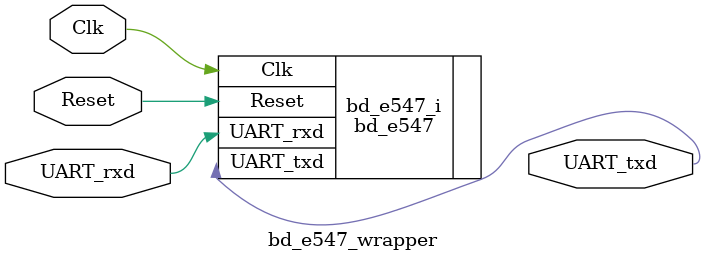
<source format=v>
`timescale 1 ps / 1 ps

module bd_e547_wrapper
   (Clk,
    Reset,
    UART_rxd,
    UART_txd);
  input Clk;
  input Reset;
  input UART_rxd;
  output UART_txd;

  wire Clk;
  wire Reset;
  wire UART_rxd;
  wire UART_txd;

  bd_e547 bd_e547_i
       (.Clk(Clk),
        .Reset(Reset),
        .UART_rxd(UART_rxd),
        .UART_txd(UART_txd));
endmodule

</source>
